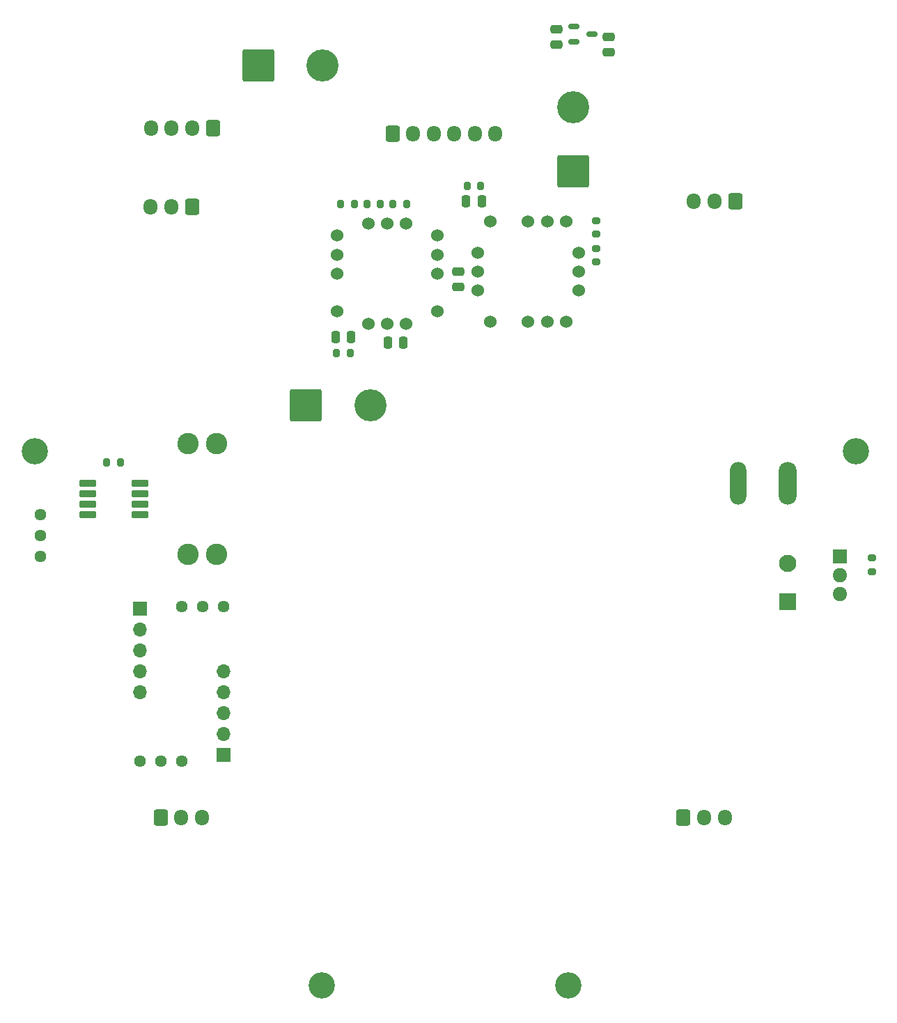
<source format=gbr>
%TF.GenerationSoftware,KiCad,Pcbnew,7.0.9*%
%TF.CreationDate,2024-06-25T19:44:48+09:00*%
%TF.ProjectId,05-PWR,30352d50-5752-42e6-9b69-6361645f7063,rev?*%
%TF.SameCoordinates,Original*%
%TF.FileFunction,Soldermask,Top*%
%TF.FilePolarity,Negative*%
%FSLAX46Y46*%
G04 Gerber Fmt 4.6, Leading zero omitted, Abs format (unit mm)*
G04 Created by KiCad (PCBNEW 7.0.9) date 2024-06-25 19:44:48*
%MOMM*%
%LPD*%
G01*
G04 APERTURE LIST*
G04 Aperture macros list*
%AMRoundRect*
0 Rectangle with rounded corners*
0 $1 Rounding radius*
0 $2 $3 $4 $5 $6 $7 $8 $9 X,Y pos of 4 corners*
0 Add a 4 corners polygon primitive as box body*
4,1,4,$2,$3,$4,$5,$6,$7,$8,$9,$2,$3,0*
0 Add four circle primitives for the rounded corners*
1,1,$1+$1,$2,$3*
1,1,$1+$1,$4,$5*
1,1,$1+$1,$6,$7*
1,1,$1+$1,$8,$9*
0 Add four rect primitives between the rounded corners*
20,1,$1+$1,$2,$3,$4,$5,0*
20,1,$1+$1,$4,$5,$6,$7,0*
20,1,$1+$1,$6,$7,$8,$9,0*
20,1,$1+$1,$8,$9,$2,$3,0*%
G04 Aperture macros list end*
%ADD10C,3.200000*%
%ADD11RoundRect,0.250000X-0.475000X0.250000X-0.475000X-0.250000X0.475000X-0.250000X0.475000X0.250000X0*%
%ADD12RoundRect,0.250000X-0.250000X-0.475000X0.250000X-0.475000X0.250000X0.475000X-0.250000X0.475000X0*%
%ADD13C,1.440000*%
%ADD14RoundRect,0.250002X-1.699998X-1.699998X1.699998X-1.699998X1.699998X1.699998X-1.699998X1.699998X0*%
%ADD15C,3.900000*%
%ADD16R,1.700000X1.700000*%
%ADD17O,1.700000X1.700000*%
%ADD18RoundRect,0.250000X-0.600000X-0.725000X0.600000X-0.725000X0.600000X0.725000X-0.600000X0.725000X0*%
%ADD19O,1.700000X1.950000*%
%ADD20RoundRect,0.250002X1.699998X-1.699998X1.699998X1.699998X-1.699998X1.699998X-1.699998X-1.699998X0*%
%ADD21RoundRect,0.250000X0.600000X0.725000X-0.600000X0.725000X-0.600000X-0.725000X0.600000X-0.725000X0*%
%ADD22RoundRect,0.200000X0.200000X0.275000X-0.200000X0.275000X-0.200000X-0.275000X0.200000X-0.275000X0*%
%ADD23RoundRect,0.200000X-0.275000X0.200000X-0.275000X-0.200000X0.275000X-0.200000X0.275000X0.200000X0*%
%ADD24RoundRect,0.200000X0.275000X-0.200000X0.275000X0.200000X-0.275000X0.200000X-0.275000X-0.200000X0*%
%ADD25RoundRect,0.250000X0.475000X-0.250000X0.475000X0.250000X-0.475000X0.250000X-0.475000X-0.250000X0*%
%ADD26RoundRect,0.200000X-0.200000X-0.275000X0.200000X-0.275000X0.200000X0.275000X-0.200000X0.275000X0*%
%ADD27RoundRect,0.150000X-0.512500X-0.150000X0.512500X-0.150000X0.512500X0.150000X-0.512500X0.150000X0*%
%ADD28RoundRect,0.250000X0.250000X0.475000X-0.250000X0.475000X-0.250000X-0.475000X0.250000X-0.475000X0*%
%ADD29C,1.524000*%
%ADD30O,2.000000X5.200000*%
%ADD31O,2.200000X5.200000*%
%ADD32R,1.800000X1.717500*%
%ADD33O,1.800000X1.717500*%
%ADD34RoundRect,0.147750X-0.904250X-0.259250X0.904250X-0.259250X0.904250X0.259250X-0.904250X0.259250X0*%
%ADD35RoundRect,0.250001X0.799999X-0.799999X0.799999X0.799999X-0.799999X0.799999X-0.799999X-0.799999X0*%
%ADD36C,2.100000*%
%ADD37C,2.604000*%
G04 APERTURE END LIST*
D10*
%TO.C,REF\u002A\u002A*%
X276305000Y-78660000D03*
%TD*%
D11*
%TO.C,C5*%
X239938750Y-27310000D03*
X239938750Y-29210000D03*
%TD*%
D12*
%TO.C,C2*%
X213045000Y-64770000D03*
X214945000Y-64770000D03*
%TD*%
D13*
%TO.C,RV1*%
X189230000Y-116332000D03*
X191770000Y-116332000D03*
X194310000Y-116332000D03*
%TD*%
D14*
%TO.C,J1*%
X209460000Y-73025000D03*
D15*
X217260000Y-73025000D03*
%TD*%
D16*
%TO.C,U1*%
X189230000Y-97790000D03*
D17*
X189230000Y-100330000D03*
X189230000Y-102870000D03*
X189230000Y-105410000D03*
X189230000Y-107950000D03*
%TD*%
D16*
%TO.C,U2*%
X199390000Y-115570000D03*
D17*
X199390000Y-113030000D03*
X199390000Y-110490000D03*
X199390000Y-107950000D03*
X199390000Y-105410000D03*
%TD*%
D18*
%TO.C,J6*%
X255350000Y-123190000D03*
D19*
X257850000Y-123190000D03*
X260350000Y-123190000D03*
%TD*%
D10*
%TO.C,REF\u002A\u002A*%
X241380000Y-143590000D03*
%TD*%
D18*
%TO.C,J7*%
X219985000Y-40005000D03*
D19*
X222485000Y-40005000D03*
X224985000Y-40005000D03*
X227485000Y-40005000D03*
X229985000Y-40005000D03*
X232485000Y-40005000D03*
%TD*%
D20*
%TO.C,J9*%
X241935000Y-44630000D03*
D15*
X241935000Y-36830000D03*
%TD*%
D21*
%TO.C,J11*%
X198120000Y-39370000D03*
D19*
X195620000Y-39370000D03*
X193120000Y-39370000D03*
X190620000Y-39370000D03*
%TD*%
D22*
%TO.C,R8*%
X230695000Y-46355000D03*
X229045000Y-46355000D03*
%TD*%
D23*
%TO.C,R6*%
X244725000Y-53975000D03*
X244725000Y-55625000D03*
%TD*%
D24*
%TO.C,R9*%
X278287500Y-93285000D03*
X278287500Y-91635000D03*
%TD*%
D25*
%TO.C,C3*%
X227965000Y-58665000D03*
X227965000Y-56765000D03*
%TD*%
D26*
%TO.C,R2*%
X216845000Y-48625000D03*
X218495000Y-48625000D03*
%TD*%
D18*
%TO.C,J5*%
X191770000Y-123190000D03*
D19*
X194270000Y-123190000D03*
X196770000Y-123190000D03*
%TD*%
D26*
%TO.C,R3*%
X220020000Y-48625000D03*
X221670000Y-48625000D03*
%TD*%
D27*
%TO.C,U6*%
X241976250Y-26990000D03*
X241976250Y-28890000D03*
X244251250Y-27940000D03*
%TD*%
D28*
%TO.C,C1*%
X221295000Y-65405000D03*
X219395000Y-65405000D03*
%TD*%
D26*
%TO.C,R1*%
X213670000Y-48625000D03*
X215320000Y-48625000D03*
%TD*%
D13*
%TO.C,RV2*%
X199390000Y-97536000D03*
X196850000Y-97536000D03*
X194310000Y-97536000D03*
%TD*%
D21*
%TO.C,J4*%
X261620000Y-48260000D03*
D19*
X259120000Y-48260000D03*
X256620000Y-48260000D03*
%TD*%
D22*
%TO.C,R7*%
X186880000Y-80010000D03*
X185230000Y-80010000D03*
%TD*%
D11*
%TO.C,C6*%
X246288750Y-28260000D03*
X246288750Y-30160000D03*
%TD*%
D26*
%TO.C,R4*%
X213170000Y-66675000D03*
X214820000Y-66675000D03*
%TD*%
D28*
%TO.C,C4*%
X230820000Y-48260000D03*
X228920000Y-48260000D03*
%TD*%
D13*
%TO.C,RV3*%
X177165000Y-86360000D03*
X177165000Y-88900000D03*
X177165000Y-91440000D03*
%TD*%
D29*
%TO.C,U3*%
X225425000Y-57015000D03*
X225425000Y-61595000D03*
X221615000Y-63115000D03*
X219325000Y-63115000D03*
X217035000Y-63115000D03*
X213225000Y-61595000D03*
X213225000Y-57015000D03*
X213225000Y-52435000D03*
X219325000Y-50915000D03*
X221615000Y-50915000D03*
X225425000Y-52435000D03*
X225425000Y-54725000D03*
X213225000Y-54725000D03*
X217035000Y-50915000D03*
%TD*%
%TO.C,U4*%
X236470000Y-62865000D03*
X231890000Y-62865000D03*
X230370000Y-59055000D03*
X230370000Y-56765000D03*
X230370000Y-54475000D03*
X231890000Y-50665000D03*
X236470000Y-50665000D03*
X241050000Y-50665000D03*
X242570000Y-56765000D03*
X242570000Y-59055000D03*
X241050000Y-62865000D03*
X238760000Y-62865000D03*
X238760000Y-50665000D03*
X242570000Y-54475000D03*
%TD*%
D10*
%TO.C,REF\u002A\u002A*%
X211375000Y-143590000D03*
%TD*%
%TO.C,REF\u002A\u002A*%
X176450000Y-78660000D03*
%TD*%
D30*
%TO.C,SW1*%
X261970000Y-82550000D03*
D31*
X267970000Y-82550000D03*
%TD*%
D23*
%TO.C,R5*%
X244725000Y-50610000D03*
X244725000Y-52260000D03*
%TD*%
D14*
%TO.C,J10*%
X203655000Y-31750000D03*
D15*
X211455000Y-31750000D03*
%TD*%
D21*
%TO.C,J3*%
X195580000Y-48895000D03*
D19*
X193080000Y-48895000D03*
X190580000Y-48895000D03*
%TD*%
D32*
%TO.C,Q1*%
X274357500Y-91440000D03*
D33*
X274357500Y-93730000D03*
X274357500Y-96020000D03*
%TD*%
D34*
%TO.C,U5*%
X182880000Y-82550000D03*
X182880000Y-83820000D03*
X182880000Y-85090000D03*
X182880000Y-86360000D03*
X189230000Y-86360000D03*
X189230000Y-85090000D03*
X189230000Y-83820000D03*
X189230000Y-82550000D03*
%TD*%
D35*
%TO.C,J2*%
X267970000Y-96915000D03*
D36*
X267970000Y-92315000D03*
%TD*%
D37*
%TO.C,F1*%
X195150000Y-91190000D03*
X198550000Y-91190000D03*
X195150000Y-77720000D03*
X198550000Y-77720000D03*
%TD*%
M02*

</source>
